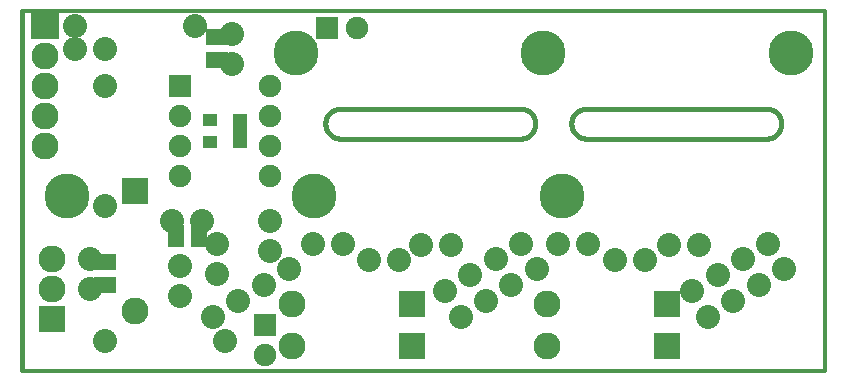
<source format=gbs>
G04 (created by PCBNEW-RS274X (20100406 SVN-R2508)-final) date 6/3/2010 10:01:36 PM*
G01*
G70*
G90*
%MOIN*%
G04 Gerber Fmt 3.4, Leading zero omitted, Abs format*
%FSLAX34Y34*%
G04 APERTURE LIST*
%ADD10C,0.006000*%
%ADD11C,0.012000*%
%ADD12C,0.015000*%
%ADD13C,0.090000*%
%ADD14R,0.090000X0.090000*%
%ADD15C,0.080000*%
%ADD16C,0.150000*%
%ADD17R,0.095000X0.090000*%
%ADD18R,0.050000X0.040000*%
%ADD19R,0.075000X0.055000*%
%ADD20R,0.055000X0.075000*%
%ADD21R,0.075000X0.075000*%
%ADD22C,0.075000*%
G04 APERTURE END LIST*
G54D10*
G54D11*
X47750Y-43250D02*
X21000Y-43250D01*
X47750Y-55250D02*
X47750Y-43250D01*
X21000Y-55250D02*
X47750Y-55250D01*
G54D12*
X21000Y-55200D02*
X21000Y-55000D01*
X31600Y-46500D02*
X31557Y-46502D01*
X31514Y-46508D01*
X31471Y-46518D01*
X31429Y-46531D01*
X31389Y-46547D01*
X31351Y-46567D01*
X31314Y-46591D01*
X31279Y-46617D01*
X31247Y-46647D01*
X31217Y-46679D01*
X31191Y-46714D01*
X31167Y-46751D01*
X31147Y-46789D01*
X31131Y-46829D01*
X31118Y-46871D01*
X31108Y-46914D01*
X31102Y-46957D01*
X31100Y-47000D01*
X31100Y-47000D02*
X31102Y-47043D01*
X31108Y-47086D01*
X31118Y-47129D01*
X31131Y-47171D01*
X31147Y-47211D01*
X31167Y-47249D01*
X31191Y-47286D01*
X31217Y-47321D01*
X31247Y-47353D01*
X31279Y-47383D01*
X31314Y-47409D01*
X31351Y-47433D01*
X31389Y-47453D01*
X31429Y-47469D01*
X31471Y-47482D01*
X31514Y-47492D01*
X31557Y-47498D01*
X31600Y-47500D01*
X37600Y-47500D02*
X37643Y-47498D01*
X37686Y-47492D01*
X37729Y-47482D01*
X37771Y-47469D01*
X37811Y-47453D01*
X37850Y-47433D01*
X37886Y-47409D01*
X37921Y-47383D01*
X37953Y-47353D01*
X37983Y-47321D01*
X38009Y-47286D01*
X38033Y-47249D01*
X38053Y-47211D01*
X38069Y-47171D01*
X38082Y-47129D01*
X38092Y-47086D01*
X38098Y-47043D01*
X38100Y-47000D01*
X38100Y-47000D02*
X38098Y-46957D01*
X38092Y-46914D01*
X38082Y-46871D01*
X38069Y-46829D01*
X38053Y-46789D01*
X38033Y-46751D01*
X38009Y-46714D01*
X37983Y-46679D01*
X37953Y-46647D01*
X37921Y-46617D01*
X37886Y-46591D01*
X37850Y-46567D01*
X37811Y-46547D01*
X37771Y-46531D01*
X37729Y-46518D01*
X37686Y-46508D01*
X37643Y-46502D01*
X37600Y-46500D01*
X39800Y-46500D02*
X39757Y-46502D01*
X39714Y-46508D01*
X39671Y-46518D01*
X39629Y-46531D01*
X39589Y-46547D01*
X39551Y-46567D01*
X39514Y-46591D01*
X39479Y-46617D01*
X39447Y-46647D01*
X39417Y-46679D01*
X39391Y-46714D01*
X39367Y-46751D01*
X39347Y-46789D01*
X39331Y-46829D01*
X39318Y-46871D01*
X39308Y-46914D01*
X39302Y-46957D01*
X39300Y-47000D01*
X39300Y-47000D02*
X39302Y-47043D01*
X39308Y-47086D01*
X39318Y-47129D01*
X39331Y-47171D01*
X39347Y-47211D01*
X39367Y-47249D01*
X39391Y-47286D01*
X39417Y-47321D01*
X39447Y-47353D01*
X39479Y-47383D01*
X39514Y-47409D01*
X39551Y-47433D01*
X39589Y-47453D01*
X39629Y-47469D01*
X39671Y-47482D01*
X39714Y-47492D01*
X39757Y-47498D01*
X39800Y-47500D01*
X45800Y-47500D02*
X45843Y-47498D01*
X45886Y-47492D01*
X45929Y-47482D01*
X45971Y-47469D01*
X46011Y-47453D01*
X46050Y-47433D01*
X46086Y-47409D01*
X46121Y-47383D01*
X46153Y-47353D01*
X46183Y-47321D01*
X46209Y-47286D01*
X46233Y-47249D01*
X46253Y-47211D01*
X46269Y-47171D01*
X46282Y-47129D01*
X46292Y-47086D01*
X46298Y-47043D01*
X46300Y-47000D01*
X46300Y-47000D02*
X46298Y-46957D01*
X46292Y-46914D01*
X46282Y-46871D01*
X46269Y-46829D01*
X46253Y-46789D01*
X46233Y-46751D01*
X46209Y-46714D01*
X46183Y-46679D01*
X46153Y-46647D01*
X46121Y-46617D01*
X46086Y-46591D01*
X46050Y-46567D01*
X46011Y-46547D01*
X45971Y-46531D01*
X45929Y-46518D01*
X45886Y-46508D01*
X45843Y-46502D01*
X45800Y-46500D01*
X31600Y-47500D02*
X37600Y-47500D01*
X37600Y-46500D02*
X31600Y-46500D01*
X39800Y-47500D02*
X45800Y-47500D01*
X45800Y-46500D02*
X39800Y-46500D01*
X21000Y-43250D02*
X21000Y-55000D01*
G54D13*
X24750Y-53250D03*
G54D14*
X24750Y-49250D03*
G54D13*
X38500Y-53000D03*
G54D14*
X42500Y-53000D03*
G54D13*
X38500Y-54400D03*
G54D14*
X42500Y-54400D03*
G54D13*
X30000Y-53000D03*
G54D14*
X34000Y-53000D03*
G54D13*
X30000Y-54400D03*
G54D14*
X34000Y-54400D03*
G54D15*
X23750Y-54250D03*
X27750Y-54250D03*
X23750Y-45750D03*
X23750Y-49750D03*
X22750Y-43750D03*
X26750Y-43750D03*
X37300Y-52375D03*
X36452Y-52905D03*
X35604Y-53435D03*
X38148Y-51845D03*
G54D16*
X38361Y-44637D03*
X30729Y-49407D03*
G54D15*
X45550Y-52375D03*
X44702Y-52905D03*
X43854Y-53435D03*
X46398Y-51845D03*
G54D16*
X46611Y-44637D03*
X38979Y-49407D03*
G54D15*
X29050Y-52375D03*
X28202Y-52905D03*
X27354Y-53435D03*
X29898Y-51845D03*
G54D16*
X30111Y-44637D03*
X22479Y-49407D03*
G54D15*
X45020Y-51527D03*
X44172Y-52057D03*
X43324Y-52587D03*
X45868Y-50997D03*
G54D16*
X46611Y-44637D03*
X38979Y-49407D03*
G54D15*
X36770Y-51527D03*
X35922Y-52057D03*
X35074Y-52587D03*
X37618Y-50997D03*
G54D16*
X38361Y-44637D03*
X30729Y-49407D03*
G54D15*
X29250Y-51250D03*
X29250Y-50250D03*
X32550Y-51550D03*
X33550Y-51550D03*
X39850Y-51000D03*
X38850Y-51000D03*
X31700Y-51000D03*
X30700Y-51000D03*
X40750Y-51550D03*
X41750Y-51550D03*
X43550Y-51050D03*
X42550Y-51050D03*
X35300Y-51050D03*
X34300Y-51050D03*
G54D17*
X21750Y-43750D03*
G54D13*
X21750Y-44750D03*
X21750Y-45740D03*
X21750Y-46760D03*
X21750Y-47750D03*
G54D18*
X28250Y-46875D03*
X28250Y-47625D03*
X27250Y-46875D03*
X28250Y-47250D03*
X27250Y-47625D03*
G54D15*
X26250Y-51750D03*
X26250Y-52750D03*
G54D19*
X23750Y-52375D03*
X23750Y-51625D03*
G54D15*
X23250Y-52500D03*
X23250Y-51500D03*
X23750Y-44500D03*
X22750Y-44500D03*
G54D20*
X26125Y-50750D03*
X26875Y-50750D03*
G54D15*
X26000Y-50250D03*
X27000Y-50250D03*
X26000Y-50250D03*
X27000Y-50250D03*
G54D19*
X27500Y-44125D03*
X27500Y-44875D03*
G54D15*
X28000Y-44000D03*
X28000Y-45000D03*
X28000Y-44000D03*
X28000Y-45000D03*
X27500Y-51000D03*
X27500Y-52000D03*
G54D21*
X26250Y-45750D03*
G54D22*
X26250Y-46750D03*
X26250Y-47750D03*
X26250Y-48750D03*
X29250Y-48750D03*
X29250Y-47750D03*
X29250Y-46750D03*
X29250Y-45750D03*
G54D13*
X22000Y-51500D03*
X22000Y-52500D03*
G54D14*
X22000Y-53500D03*
G54D21*
X31150Y-43800D03*
G54D22*
X32150Y-43800D03*
G54D21*
X29100Y-53700D03*
G54D22*
X29100Y-54700D03*
M02*

</source>
